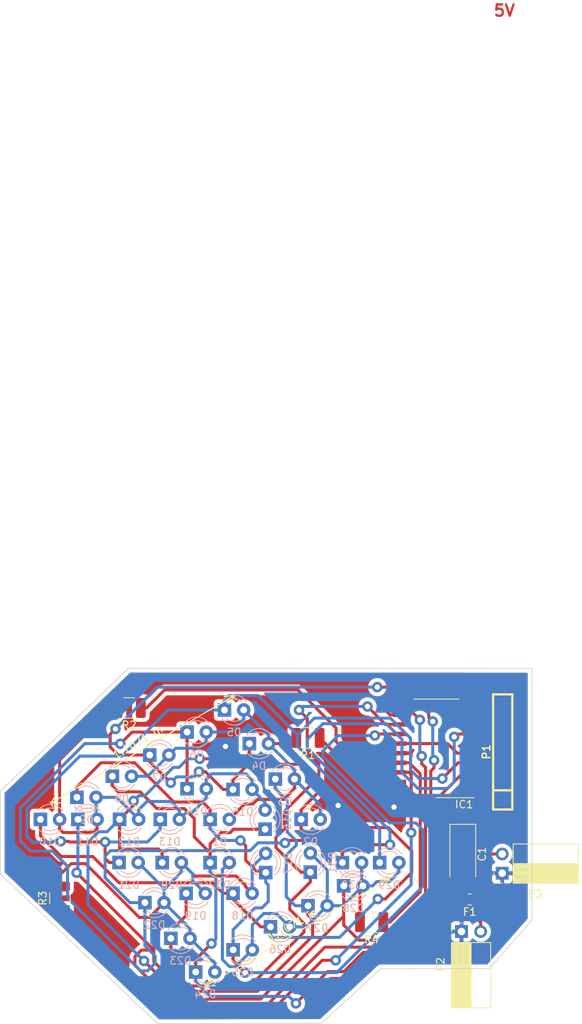
<source format=kicad_pcb>
(kicad_pcb (version 20171130) (host pcbnew "(5.1.4)-1")
  (layers (0 F.Cu signal) (31 B.Cu signal) (34 B.Paste user) (35 F.Paste user hide) (36 B.SilkS user) (37 F.SilkS user) (38 B.Mask user) (39 F.Mask user) (44 Edge.Cuts user))
  (net 0 "")
  (net 1 "Net-(D1-Pad1)")
  (net 2 "Net-(D1-Pad2)")
  (net 3 "Net-(D10-Pad1)")
  (net 4 "Net-(D11-Pad1)")
  (net 5 "Net-(D12-Pad1)")
  (net 6 "Net-(D13-Pad1)")
  (net 7 "Net-(D14-Pad1)")
  (net 8 "Net-(D15-Pad1)")
  (net 9 "Net-(D16-Pad1)")
  (net 10 "Net-(D10-Pad2)")
  (net 11 "Net-(D17-Pad2)")
  (net 12 "Net-(D25-Pad2)")
  (net 13 "Net-(F1-Pad2)")
  (net 14 "Net-(IC1-Pad17)")
  (net 15 "Net-(IC1-Pad18)")
  (net 16 "Net-(IC1-Pad19)")
  (net 17 "Net-(IC1-Pad20)")
  (net 18 "Net-(IC1-Pad1)")
  (net 19 "Net-(IC1-Pad2)")
  (net 20 "Net-(IC1-Pad9)")
  (net 21 "Net-(IC1-Pad10)")
  (net 22 VCC)
  (net 23 GND)
  (module uusi_possu:Ohjelmointiliitin (layer F.Cu) (at 120.05 129.63 90)
    (fp_text reference P1 (at 0 -2.159 90) (layer F.SilkS) (effects (font (size 1.016 1.016) (thickness 0.2032))))
    (fp_text value CONN_6 hide)
    (pad 6 smd rect (at 6.35 0 90) (size 1.524 1.524) (layers F.Cu F.Paste F.Mask) (net 21 "Net-(IC1-Pad10)"))
    (pad 5 smd rect (at 3.81 0 90) (size 1.524 1.524) (layers F.Cu F.Paste F.Mask) (net 23 GND))
    (pad 4 smd rect (at 1.27 0 90) (size 1.524 1.524) (layers F.Cu F.Paste F.Mask) (net 22 VCC))
    (pad 3 smd rect (at -1.27 0 90) (size 1.524 1.524) (layers F.Cu F.Paste F.Mask) (net 9 "Net-(D16-Pad1)"))
    (pad 2 smd rect (at -3.81 0 90) (size 1.524 1.524) (layers F.Cu F.Paste F.Mask) (net 19 "Net-(IC1-Pad2)"))
    (pad 1 smd rect (at -6.35 0 90) (size 1.524 1.524) (layers F.Cu F.Paste F.Mask) (net 18 "Net-(IC1-Pad1)"))
  )
  (module uusi_possu:SO-20_12.8x7.5mm_P1.27mm_extended (layer F.Cu) (at 111.252 129.159 180)
    (fp_text reference IC1 (at -3.69 -7.42 180) (layer F.SilkS))
    (fp_text value ATTINY861-S)
    (pad 20 smd rect (at 4.875 -5.715 180) (size 1.75 0.6) (layers F.Cu F.Paste F.Mask) (net 17 "Net-(IC1-Pad20)"))
    (pad 19 smd rect (at 4.875 -4.445 180) (size 1.75 0.6) (layers F.Cu F.Paste F.Mask) (net 16 "Net-(IC1-Pad19)"))
    (pad 18 smd rect (at 4.875 -3.175 180) (size 1.75 0.6) (layers F.Cu F.Paste F.Mask) (net 15 "Net-(IC1-Pad18)"))
    (pad 17 smd rect (at 4.875 -1.905 180) (size 1.75 0.6) (layers F.Cu F.Paste F.Mask) (net 14 "Net-(IC1-Pad17)"))
    (pad 16 smd rect (at 4.875 -0.635 180) (size 1.75 0.6) (layers F.Cu F.Paste F.Mask) (net 23 GND))
    (pad 15 smd rect (at 4.875 0.635 180) (size 1.75 0.6) (layers F.Cu F.Paste F.Mask) (net 22 VCC))
    (pad 14 smd rect (at 4.875 1.905 180) (size 1.75 0.6) (layers F.Cu F.Paste F.Mask) (net 1 "Net-(D1-Pad1)"))
    (pad 13 smd rect (at 4.875 3.175 180) (size 1.75 0.6) (layers F.Cu F.Paste F.Mask) (net 3 "Net-(D10-Pad1)"))
    (pad 12 smd rect (at 4.875 4.445 180) (size 1.75 0.6) (layers F.Cu F.Paste F.Mask) (net 4 "Net-(D11-Pad1)"))
    (pad 11 smd rect (at 4.875 5.715 180) (size 1.75 0.6) (layers F.Cu F.Paste F.Mask) (net 5 "Net-(D12-Pad1)"))
    (pad 10 smd rect (at -4.875 5.715 180) (size 1.75 0.6) (layers F.Cu F.Paste F.Mask) (net 21 "Net-(IC1-Pad10)"))
    (pad 9 smd rect (at -4.875 4.445 180) (size 1.75 0.6) (layers F.Cu F.Paste F.Mask) (net 20 "Net-(IC1-Pad9)"))
    (pad 8 smd rect (at -4.875 3.175 180) (size 1.75 0.6) (layers F.Cu F.Paste F.Mask) (net 8 "Net-(D15-Pad1)"))
    (pad 7 smd rect (at -4.875 1.905 180) (size 1.75 0.6) (layers F.Cu F.Paste F.Mask) (net 7 "Net-(D14-Pad1)"))
    (pad 1 smd rect (at -4.875 -5.715 180) (size 1.75 0.6) (layers F.Cu F.Paste F.Mask) (net 18 "Net-(IC1-Pad1)"))
    (pad 2 smd rect (at -4.875 -4.445 180) (size 1.75 0.6) (layers F.Cu F.Paste F.Mask) (net 19 "Net-(IC1-Pad2)"))
    (pad 3 smd rect (at -4.875 -3.175 180) (size 1.75 0.6) (layers F.Cu F.Paste F.Mask) (net 9 "Net-(D16-Pad1)"))
    (pad 4 smd rect (at -4.875 -1.905 180) (size 1.75 0.6) (layers F.Cu F.Paste F.Mask) (net 6 "Net-(D13-Pad1)"))
    (pad 5 smd rect (at -4.875 -0.635 180) (size 1.75 0.6) (layers F.Cu F.Paste F.Mask) (net 22 VCC))
    (pad 6 smd rect (at -4.875 0.635 180) (size 1.75 0.6) (layers F.Cu F.Paste F.Mask) (net 23 GND))
  )
  (module LED_THT:LED_D3.0mm (layer B.Cu) (at 63.63 135.64)
    (fp_text reference D9 (at 1.27 2.96) (layer B.SilkS) (effects (justify mirror)))
    (fp_text value LED)
    (pad 1 thru_hole rect (at 0 0) (size 1.8 1.8) (drill 0.9) (layers *.Cu *.Mask) (net 1 "Net-(D1-Pad1)"))
    (pad 2 thru_hole circle (at 2.54 0) (size 1.8 1.8) (drill 0.9) (layers *.Cu *.Mask) (net 10 "Net-(D10-Pad2)"))
  )
  (module LED_THT:LED_D3.0mm (layer B.Cu) (at 63.76 138.56)
    (fp_text reference D11 (at 1.27 2.96) (layer B.SilkS) (effects (justify mirror)))
    (fp_text value LED)
    (pad 2 thru_hole circle (at 2.54 0) (size 1.8 1.8) (drill 0.9) (layers *.Cu *.Mask) (net 10 "Net-(D10-Pad2)"))
    (pad 1 thru_hole rect (at 0 0) (size 1.8 1.8) (drill 0.9) (layers *.Cu *.Mask) (net 4 "Net-(D11-Pad1)"))
  )
  (module LED_THT:LED_D3.0mm (layer B.Cu) (at 69.28 138.55)
    (fp_text reference D12 (at 1.27 2.96) (layer B.SilkS) (effects (justify mirror)))
    (fp_text value LED)
    (pad 1 thru_hole rect (at 0 0) (size 1.8 1.8) (drill 0.9) (layers *.Cu *.Mask) (net 5 "Net-(D12-Pad1)"))
    (pad 2 thru_hole circle (at 2.54 0) (size 1.8 1.8) (drill 0.9) (layers *.Cu *.Mask) (net 10 "Net-(D10-Pad2)"))
  )
  (module LED_THT:LED_D3.0mm (layer B.Cu) (at 74.67 138.55)
    (fp_text reference D13 (at 1.27 2.96) (layer B.SilkS) (effects (justify mirror)))
    (fp_text value LED)
    (pad 2 thru_hole circle (at 2.54 0) (size 1.8 1.8) (drill 0.9) (layers *.Cu *.Mask) (net 10 "Net-(D10-Pad2)"))
    (pad 1 thru_hole rect (at 0 0) (size 1.8 1.8) (drill 0.9) (layers *.Cu *.Mask) (net 6 "Net-(D13-Pad1)"))
  )
  (module LED_THT:LED_D3.0mm (layer B.Cu) (at 88.56 139.86 90)
    (fp_text reference D16 (at 1.27 2.96 90) (layer B.SilkS) (effects (justify mirror)))
    (fp_text value LED)
    (pad 2 thru_hole circle (at 2.54 0 90) (size 1.8 1.8) (drill 0.9) (layers *.Cu *.Mask) (net 10 "Net-(D10-Pad2)"))
    (pad 1 thru_hole rect (at 0 0 90) (size 1.8 1.8) (drill 0.9) (layers *.Cu *.Mask) (net 9 "Net-(D16-Pad1)"))
  )
  (module LED_THT:LED_D3.0mm (layer B.Cu) (at 73.28 130.04)
    (fp_text reference D7 (at 1.27 2.96) (layer B.SilkS) (effects (justify mirror)))
    (fp_text value LED)
    (pad 1 thru_hole rect (at 0 0) (size 1.8 1.8) (drill 0.9) (layers *.Cu *.Mask) (net 8 "Net-(D15-Pad1)"))
    (pad 2 thru_hole circle (at 2.54 0) (size 1.8 1.8) (drill 0.9) (layers *.Cu *.Mask) (net 2 "Net-(D1-Pad2)"))
  )
  (module LED_THT:LED_D3.0mm (layer B.Cu) (at 78.23 127)
    (fp_text reference D6 (at 1.27 2.96) (layer B.SilkS) (effects (justify mirror)))
    (fp_text value LED)
    (pad 2 thru_hole circle (at 2.54 0) (size 1.8 1.8) (drill 0.9) (layers *.Cu *.Mask) (net 2 "Net-(D1-Pad2)"))
    (pad 1 thru_hole rect (at 0 0) (size 1.8 1.8) (drill 0.9) (layers *.Cu *.Mask) (net 7 "Net-(D14-Pad1)"))
  )
  (module LED_THT:LED_D3.0mm (layer B.Cu) (at 81.28 138.56)
    (fp_text reference D1 (at 1.27 2.96) (layer B.SilkS) (effects (justify mirror)))
    (fp_text value LED)
    (pad 2 thru_hole circle (at 2.54 0) (size 1.8 1.8) (drill 0.9) (layers *.Cu *.Mask) (net 2 "Net-(D1-Pad2)"))
    (pad 1 thru_hole rect (at 0 0) (size 1.8 1.8) (drill 0.9) (layers *.Cu *.Mask) (net 1 "Net-(D1-Pad1)"))
  )
  (module LED_THT:LED_D3.0mm (layer B.Cu) (at 89.92 133.22)
    (fp_text reference D3 (at 1.27 2.96) (layer B.SilkS) (effects (justify mirror)))
    (fp_text value LED)
    (pad 1 thru_hole rect (at 0 0) (size 1.8 1.8) (drill 0.9) (layers *.Cu *.Mask) (net 4 "Net-(D11-Pad1)"))
    (pad 2 thru_hole circle (at 2.54 0) (size 1.8 1.8) (drill 0.9) (layers *.Cu *.Mask) (net 2 "Net-(D1-Pad2)"))
  )
  (module LED_THT:LED_D3.0mm (layer B.Cu) (at 86.48 128.53)
    (fp_text reference D4 (at 1.27 2.96) (layer B.SilkS) (effects (justify mirror)))
    (fp_text value LED)
    (pad 2 thru_hole circle (at 2.54 0) (size 1.8 1.8) (drill 0.9) (layers *.Cu *.Mask) (net 2 "Net-(D1-Pad2)"))
    (pad 1 thru_hole rect (at 0 0) (size 1.8 1.8) (drill 0.9) (layers *.Cu *.Mask) (net 5 "Net-(D12-Pad1)"))
  )
  (module LED_THT:LED_D3.0mm (layer B.Cu) (at 93.34 138.55)
    (fp_text reference D2 (at 1.27 2.96 180) (layer B.SilkS) (effects (justify mirror)))
    (fp_text value LED)
    (pad 1 thru_hole rect (at 0 0) (size 1.8 1.8) (drill 0.9) (layers *.Cu *.Mask) (net 3 "Net-(D10-Pad1)"))
    (pad 2 thru_hole circle (at 2.54 0) (size 1.8 1.8) (drill 0.9) (layers *.Cu *.Mask) (net 2 "Net-(D1-Pad2)"))
  )
  (module LED_THT:LED_D3.0mm (layer B.Cu) (at 83.19 124.08)
    (fp_text reference D5 (at 1.27 2.96) (layer B.SilkS) (effects (justify mirror)))
    (fp_text value LED)
    (pad 1 thru_hole rect (at 0 0) (size 1.8 1.8) (drill 0.9) (layers *.Cu *.Mask) (net 6 "Net-(D13-Pad1)"))
    (pad 2 thru_hole circle (at 2.54 0) (size 1.8 1.8) (drill 0.9) (layers *.Cu *.Mask) (net 2 "Net-(D1-Pad2)"))
  )
  (module LED_THT:LED_D3.0mm (layer B.Cu) (at 103.75 144.28)
    (fp_text reference D29 (at 1.27 2.96) (layer B.SilkS) (effects (justify mirror)))
    (fp_text value LED)
    (pad 1 thru_hole rect (at 0 0) (size 1.8 1.8) (drill 0.9) (layers *.Cu *.Mask) (net 6 "Net-(D13-Pad1)"))
    (pad 2 thru_hole circle (at 2.54 0) (size 1.8 1.8) (drill 0.9) (layers *.Cu *.Mask) (net 12 "Net-(D25-Pad2)"))
  )
  (module uusi_possu:ymp_logo (layer F.Cu) (at 82.55 141.351)
    (fp_text reference G*** hide)
    (fp_text value LOGO hide)
  )
  (module LED_THT:LED_D3.0mm (layer B.Cu) (at 78.23 134.51)
    (fp_text reference D14 (at 1.27 2.96) (layer B.SilkS) (effects (justify mirror)))
    (fp_text value LED)
    (pad 1 thru_hole rect (at 0 0) (size 1.8 1.8) (drill 0.9) (layers *.Cu *.Mask) (net 7 "Net-(D14-Pad1)"))
    (pad 2 thru_hole circle (at 2.54 0) (size 1.8 1.8) (drill 0.9) (layers *.Cu *.Mask) (net 10 "Net-(D10-Pad2)"))
  )
  (module Connector_PinSocket_2.54mm:PinSocket_1x02_P2.54mm_Horizontal (layer F.Cu) (at 114.59 153.4 90)
    (fp_text reference P2 (at -4.38 -2.77 90) (layer F.SilkS))
    (fp_text value CONN_2)
    (pad 1 thru_hole rect (at 0 0 90) (size 1.7 1.7) (drill 1) (layers *.Cu *.Mask) (net 23 GND))
    (pad 2 thru_hole oval (at 0 2.54 90) (size 1.7 1.7) (drill 1) (layers *.Cu *.Mask) (net 13 "Net-(F1-Pad2)"))
  )
  (module Capacitor_Tantalum_SMD:CP_EIA-6032-15_Kemet-U_Pad2.25x2.35mm_HandSolder (layer F.Cu) (at 114.76 143.15 270)
    (fp_text reference C1 (at 0 -2.55 90) (layer F.SilkS))
    (fp_text value CP1)
    (pad 1 smd roundrect (at -2.55 0 270) (size 2.25 2.35) (layers F.Cu F.Paste F.Mask) (roundrect_rratio 0.111111) (net 22 VCC))
    (pad 2 smd roundrect (at 2.55 0 270) (size 2.25 2.35) (layers F.Cu F.Paste F.Mask) (roundrect_rratio 0.111111) (net 23 GND))
  )
  (module Resistor_SMD:R_0805_2012Metric_Pad1.20x1.40mm_HandSolder (layer F.Cu) (at 115.67 149.16 180)
    (fp_text reference F1 (at 0 -1.65) (layer F.SilkS))
    (fp_text value Polyfuse)
    (pad 1 smd roundrect (at -1 0 180) (size 1.2 1.4) (layers F.Cu F.Paste F.Mask) (roundrect_rratio 0.208333) (net 22 VCC))
    (pad 2 smd roundrect (at 1 0 180) (size 1.2 1.4) (layers F.Cu F.Paste F.Mask) (roundrect_rratio 0.208333) (net 13 "Net-(F1-Pad2)"))
  )
  (module Resistor_SMD:R_1210_3225Metric_Pad1.30x2.65mm_HandSolder (layer F.Cu) (at 94.24 127.77 180)
    (fp_text reference R1 (at 0 -2.28) (layer F.SilkS))
    (fp_text value 110)
    (pad 1 smd roundrect (at -1.55 0 180) (size 1.3 2.65) (layers F.Cu F.Paste F.Mask) (roundrect_rratio 0.192308) (net 17 "Net-(IC1-Pad20)"))
    (pad 2 smd roundrect (at 1.55 0 180) (size 1.3 2.65) (layers F.Cu F.Paste F.Mask) (roundrect_rratio 0.192308) (net 2 "Net-(D1-Pad2)"))
  )
  (module Resistor_SMD:R_1210_3225Metric_Pad1.30x2.65mm_HandSolder (layer F.Cu) (at 70.55 123.81 180)
    (fp_text reference R2 (at 0 -2.28) (layer F.SilkS))
    (fp_text value 110)
    (pad 2 smd roundrect (at 1.55 0 180) (size 1.3 2.65) (layers F.Cu F.Paste F.Mask) (roundrect_rratio 0.192308) (net 10 "Net-(D10-Pad2)"))
    (pad 1 smd roundrect (at -1.55 0 180) (size 1.3 2.65) (layers F.Cu F.Paste F.Mask) (roundrect_rratio 0.192308) (net 16 "Net-(IC1-Pad19)"))
  )
  (module Resistor_SMD:R_1210_3225Metric_Pad1.30x2.65mm_HandSolder (layer F.Cu) (at 61.38 149 90)
    (fp_text reference R3 (at 0 -2.28 90) (layer F.SilkS))
    (fp_text value 110)
    (pad 1 smd roundrect (at -1.55 0 90) (size 1.3 2.65) (layers F.Cu F.Paste F.Mask) (roundrect_rratio 0.192308) (net 15 "Net-(IC1-Pad18)"))
    (pad 2 smd roundrect (at 1.55 0 90) (size 1.3 2.65) (layers F.Cu F.Paste F.Mask) (roundrect_rratio 0.192308) (net 11 "Net-(D17-Pad2)"))
  )
  (module Resistor_SMD:R_1210_3225Metric_Pad1.30x2.65mm_HandSolder (layer F.Cu) (at 102.68 152.16 180)
    (fp_text reference R4 (at 0 -2.28) (layer F.SilkS))
    (fp_text value 110)
    (pad 2 smd roundrect (at 1.55 0 180) (size 1.3 2.65) (layers F.Cu F.Paste F.Mask) (roundrect_rratio 0.192308) (net 12 "Net-(D25-Pad2)"))
    (pad 1 smd roundrect (at -1.55 0 180) (size 1.3 2.65) (layers F.Cu F.Paste F.Mask) (roundrect_rratio 0.192308) (net 14 "Net-(IC1-Pad17)"))
  )
  (module Connector_PinSocket_2.54mm:PinSocket_1x02_P2.54mm_Horizontal (layer F.Cu) (at 119.98 145.68 180)
    (fp_text reference P3 (at -4.38 -2.77) (layer F.SilkS))
    (fp_text value CONN_2)
    (pad 1 thru_hole rect (at 0 0 180) (size 1.7 1.7) (drill 1) (layers *.Cu *.Mask) (net 23 GND))
    (pad 2 thru_hole oval (at 0 2.54 180) (size 1.7 1.7) (drill 1) (layers *.Cu *.Mask) (net 22 VCC))
  )
  (module LED_THT:LED_D3.0mm (layer B.Cu) (at 84.31 134.6)
    (fp_text reference D15 (at 1.27 2.96) (layer B.SilkS) (effects (justify mirror)))
    (fp_text value LED)
    (pad 1 thru_hole rect (at 0 0) (size 1.8 1.8) (drill 0.9) (layers *.Cu *.Mask) (net 8 "Net-(D15-Pad1)"))
    (pad 2 thru_hole circle (at 2.54 0) (size 1.8 1.8) (drill 0.9) (layers *.Cu *.Mask) (net 10 "Net-(D10-Pad2)"))
  )
  (module LED_THT:LED_D3.0mm (layer B.Cu) (at 88.65 145.6 90)
    (fp_text reference D17 (at 1.27 2.96 90) (layer B.SilkS) (effects (justify mirror)))
    (fp_text value LED)
    (pad 2 thru_hole circle (at 2.54 0 90) (size 1.8 1.8) (drill 0.9) (layers *.Cu *.Mask) (net 11 "Net-(D17-Pad2)"))
    (pad 1 thru_hole rect (at 0 0 90) (size 1.8 1.8) (drill 0.9) (layers *.Cu *.Mask) (net 1 "Net-(D1-Pad1)"))
  )
  (module LED_THT:LED_D3.0mm (layer B.Cu) (at 84.31 148.34)
    (fp_text reference D18 (at 1.27 2.96) (layer B.SilkS) (effects (justify mirror)))
    (fp_text value LED)
    (pad 1 thru_hole rect (at 0 0) (size 1.8 1.8) (drill 0.9) (layers *.Cu *.Mask) (net 3 "Net-(D10-Pad1)"))
    (pad 2 thru_hole circle (at 2.54 0) (size 1.8 1.8) (drill 0.9) (layers *.Cu *.Mask) (net 11 "Net-(D17-Pad2)"))
  )
  (module LED_THT:LED_D3.0mm (layer B.Cu) (at 78.1 148.35)
    (fp_text reference D19 (at 1.27 2.96) (layer B.SilkS) (effects (justify mirror)))
    (fp_text value LED)
    (pad 1 thru_hole rect (at 0 0) (size 1.8 1.8) (drill 0.9) (layers *.Cu *.Mask) (net 4 "Net-(D11-Pad1)"))
    (pad 2 thru_hole circle (at 2.54 0) (size 1.8 1.8) (drill 0.9) (layers *.Cu *.Mask) (net 11 "Net-(D17-Pad2)"))
  )
  (module LED_THT:LED_D3.0mm (layer B.Cu) (at 74.93 144.28)
    (fp_text reference D20 (at 1.27 2.96) (layer B.SilkS) (effects (justify mirror)))
    (fp_text value LED)
    (pad 1 thru_hole rect (at 0 0) (size 1.8 1.8) (drill 0.9) (layers *.Cu *.Mask) (net 5 "Net-(D12-Pad1)"))
    (pad 2 thru_hole circle (at 2.54 0) (size 1.8 1.8) (drill 0.9) (layers *.Cu *.Mask) (net 11 "Net-(D17-Pad2)"))
  )
  (module LED_THT:LED_D3.0mm (layer B.Cu) (at 69.21 144.27)
    (fp_text reference D21 (at 1.27 2.96) (layer B.SilkS) (effects (justify mirror)))
    (fp_text value LED)
    (pad 2 thru_hole circle (at 2.54 0) (size 1.8 1.8) (drill 0.9) (layers *.Cu *.Mask) (net 11 "Net-(D17-Pad2)"))
    (pad 1 thru_hole rect (at 0 0) (size 1.8 1.8) (drill 0.9) (layers *.Cu *.Mask) (net 6 "Net-(D13-Pad1)"))
  )
  (module LED_THT:LED_D3.0mm (layer B.Cu) (at 72.64 149.58)
    (fp_text reference D22 (at 1.27 2.96) (layer B.SilkS) (effects (justify mirror)))
    (fp_text value LED)
    (pad 2 thru_hole circle (at 2.54 0) (size 1.8 1.8) (drill 0.9) (layers *.Cu *.Mask) (net 11 "Net-(D17-Pad2)"))
    (pad 1 thru_hole rect (at 0 0) (size 1.8 1.8) (drill 0.9) (layers *.Cu *.Mask) (net 7 "Net-(D14-Pad1)"))
  )
  (module LED_THT:LED_D3.0mm (layer B.Cu) (at 76.08 154.31)
    (fp_text reference D23 (at 1.27 2.96) (layer B.SilkS) (effects (justify mirror)))
    (fp_text value LED)
    (pad 1 thru_hole rect (at 0 0) (size 1.8 1.8) (drill 0.9) (layers *.Cu *.Mask) (net 8 "Net-(D15-Pad1)"))
    (pad 2 thru_hole circle (at 2.54 0) (size 1.8 1.8) (drill 0.9) (layers *.Cu *.Mask) (net 11 "Net-(D17-Pad2)"))
  )
  (module LED_THT:LED_D3.0mm (layer B.Cu) (at 79.37 158.76)
    (fp_text reference D24 (at 1.27 2.96) (layer B.SilkS) (effects (justify mirror)))
    (fp_text value LED)
    (pad 2 thru_hole circle (at 2.54 0) (size 1.8 1.8) (drill 0.9) (layers *.Cu *.Mask) (net 11 "Net-(D17-Pad2)"))
    (pad 1 thru_hole rect (at 0 0) (size 1.8 1.8) (drill 0.9) (layers *.Cu *.Mask) (net 9 "Net-(D16-Pad1)"))
  )
  (module LED_THT:LED_D3.0mm (layer B.Cu) (at 84.33 155.83)
    (fp_text reference D25 (at 1.27 2.96) (layer B.SilkS) (effects (justify mirror)))
    (fp_text value LED)
    (pad 2 thru_hole circle (at 2.54 0) (size 1.8 1.8) (drill 0.9) (layers *.Cu *.Mask) (net 12 "Net-(D25-Pad2)"))
    (pad 1 thru_hole rect (at 0 0) (size 1.8 1.8) (drill 0.9) (layers *.Cu *.Mask) (net 1 "Net-(D1-Pad1)"))
  )
  (module LED_THT:LED_D3.0mm (layer B.Cu) (at 89.28 152.78)
    (fp_text reference D26 (at 1.27 2.96) (layer B.SilkS) (effects (justify mirror)))
    (fp_text value LED)
    (pad 1 thru_hole rect (at 0 0) (size 1.8 1.8) (drill 0.9) (layers *.Cu *.Mask) (net 3 "Net-(D10-Pad1)"))
    (pad 2 thru_hole circle (at 2.54 0) (size 1.8 1.8) (drill 0.9) (layers *.Cu *.Mask) (net 12 "Net-(D25-Pad2)"))
  )
  (module LED_THT:LED_D3.0mm (layer B.Cu) (at 94.25 149.99)
    (fp_text reference D27 (at 1.27 2.96) (layer B.SilkS) (effects (justify mirror)))
    (fp_text value LED)
    (pad 1 thru_hole rect (at 0 0) (size 1.8 1.8) (drill 0.9) (layers *.Cu *.Mask) (net 4 "Net-(D11-Pad1)"))
    (pad 2 thru_hole circle (at 2.54 0) (size 1.8 1.8) (drill 0.9) (layers *.Cu *.Mask) (net 12 "Net-(D25-Pad2)"))
  )
  (module LED_THT:LED_D3.0mm (layer B.Cu) (at 98.81 144.28)
    (fp_text reference D30 (at 1.27 2.96) (layer B.SilkS) (effects (justify mirror)))
    (fp_text value LED)
    (pad 2 thru_hole circle (at 2.54 0) (size 1.8 1.8) (drill 0.9) (layers *.Cu *.Mask) (net 12 "Net-(D25-Pad2)"))
    (pad 1 thru_hole rect (at 0 0) (size 1.8 1.8) (drill 0.9) (layers *.Cu *.Mask) (net 7 "Net-(D14-Pad1)"))
  )
  (module LED_THT:LED_D3.0mm (layer B.Cu) (at 81.28 144.28)
    (fp_text reference D32 (at 1.27 2.96) (layer B.SilkS) (effects (justify mirror)))
    (fp_text value LED)
    (pad 2 thru_hole circle (at 2.54 0) (size 1.8 1.8) (drill 0.9) (layers *.Cu *.Mask) (net 12 "Net-(D25-Pad2)"))
    (pad 1 thru_hole rect (at 0 0) (size 1.8 1.8) (drill 0.9) (layers *.Cu *.Mask) (net 9 "Net-(D16-Pad1)"))
  )
  (module LED_THT:LED_D3.0mm (layer B.Cu) (at 94.56 145.55 90)
    (fp_text reference D31 (at 1.27 2.96 90) (layer B.SilkS) (effects (justify mirror)))
    (fp_text value LED)
    (pad 1 thru_hole rect (at 0 0 90) (size 1.8 1.8) (drill 0.9) (layers *.Cu *.Mask) (net 8 "Net-(D15-Pad1)"))
    (pad 2 thru_hole circle (at 2.54 0 90) (size 1.8 1.8) (drill 0.9) (layers *.Cu *.Mask) (net 12 "Net-(D25-Pad2)"))
  )
  (module LED_THT:LED_D3.0mm (layer B.Cu) (at 68.33 132.85)
    (fp_text reference D8 (at 1.27 2.96) (layer B.SilkS) (effects (justify mirror)))
    (fp_text value LED)
    (pad 2 thru_hole circle (at 2.54 0) (size 1.8 1.8) (drill 0.9) (layers *.Cu *.Mask) (net 2 "Net-(D1-Pad2)"))
    (pad 1 thru_hole rect (at 0 0) (size 1.8 1.8) (drill 0.9) (layers *.Cu *.Mask) (net 9 "Net-(D16-Pad1)"))
  )
  (module LED_THT:LED_D3.0mm (layer B.Cu) (at 58.8 138.56)
    (fp_text reference D10 (at 1.27 2.96) (layer B.SilkS) (effects (justify mirror)))
    (fp_text value LED)
    (pad 1 thru_hole rect (at 0 0) (size 1.8 1.8) (drill 0.9) (layers *.Cu *.Mask) (net 3 "Net-(D10-Pad1)"))
    (pad 2 thru_hole circle (at 2.54 0) (size 1.8 1.8) (drill 0.9) (layers *.Cu *.Mask) (net 10 "Net-(D10-Pad2)"))
  )
  (module LED_THT:LED_D3.0mm (layer B.Cu) (at 98.98 147.36)
    (fp_text reference D28 (at 1.27 2.96) (layer B.SilkS) (effects (justify mirror)))
    (fp_text value LED)
    (pad 1 thru_hole rect (at 0 0) (size 1.8 1.8) (drill 0.9) (layers *.Cu *.Mask) (net 5 "Net-(D12-Pad1)"))
    (pad 2 thru_hole circle (at 2.54 0) (size 1.8 1.8) (drill 0.9) (layers *.Cu *.Mask) (net 12 "Net-(D25-Pad2)"))
  )
  (gr_line (start 53.49 134.81) (end 70.47 118.57) (layer Edge.Cuts) (width 0.1))
  (gr_line (start 74.3 165.59) (end 53.5 145.8) (layer Edge.Cuts) (width 0.1))
  (gr_line (start 118.27 158.31) (end 123.91 151.9) (layer Edge.Cuts) (width 0.1))
  (gr_line (start 103.86 158.33) (end 118.27 158.31) (layer Edge.Cuts) (width 0.1))
  (gr_line (start 96.09 165.54) (end 103.86 158.33) (layer Edge.Cuts) (width 0.1))
  (gr_line (start 123.91 151.9) (end 123.91 118.58) (layer Edge.Cuts) (width 0.1))
  (gr_line (start 74.3 165.59) (end 96.09 165.54) (layer Edge.Cuts) (width 0.1))
  (gr_line (start 53.49 134.81) (end 53.5 145.8) (layer Edge.Cuts) (width 0.1))
  (gr_line (start 123.91 118.58) (end 70.47 118.57) (layer Edge.Cuts) (width 0.1))
  (dimension 28.119819 (width 0.15) (layer F.SilkS) (gr_text "28,120 mm" (at 72.947937 130.435352 30.38682395) (layer F.SilkS) (effects (font (size 1 1) (thickness 0.15)))) (feature1 (pts (xy 60.071 136.271) (xy 60.458483 136.931797))) (feature2 (pts (xy 84.328 122.047) (xy 84.715483 122.707797))) (crossbar (pts (xy 84.418851 122.201933) (xy 60.161851 136.425933))) (arrow1a (pts (xy 60.161851 136.425933) (xy 60.836975 135.350243))) (arrow1b (pts (xy 60.161851 136.425933) (xy 61.430239 136.361972))) (arrow2a (pts (xy 84.418851 122.201933) (xy 83.150463 122.265894))) (arrow2b (pts (xy 84.418851 122.201933) (xy 83.743727 123.277623))))
  (dimension 28.119819 (width 0.15) (layer F.SilkS) (gr_text "28,120 mm" (at 92.152063 152.393648 30.38682395) (layer F.SilkS) (effects (font (size 1 1) (thickness 0.15)))) (feature1 (pts (xy 105.029 146.558) (xy 104.641517 145.897203))) (feature2 (pts (xy 80.772 160.782) (xy 80.384517 160.121203))) (crossbar (pts (xy 80.681149 160.627067) (xy 104.938149 146.403067))) (arrow1a (pts (xy 104.938149 146.403067) (xy 104.263025 147.478757))) (arrow1b (pts (xy 104.938149 146.403067) (xy 103.669761 146.467028))) (arrow2a (pts (xy 80.681149 160.627067) (xy 81.949537 160.563106))) (arrow2b (pts (xy 80.681149 160.627067) (xy 81.356273 159.551377))))
  (gr_text + (at 120.21 140.55) (layer F.Cu) (effects (font (size 1.5 1.5) (thickness 0.3))))
  (gr_text - (at 119.86 148.51) (layer F.Cu) (effects (font (size 1.5 1.5) (thickness 0.3))))
  (gr_text 5V (at 120.269 31.496) (layer F.Cu) (effects (font (size 1.5 1.5) (thickness 0.3))))
  (via (at 85.3 141.35) (size 1.4) (drill 0.7) (layers F.Cu B.Cu) (net 1))
  (segment (start 82.77 141.35) (end 85.3 141.35) (width 0.4) (layer B.Cu) (net 1))
  (segment (start 81.28 138.56) (end 81.28 139.86) (width 0.4) (layer B.Cu) (net 1))
  (segment (start 81.28 139.86) (end 82.77 141.35) (width 0.4) (layer B.Cu) (net 1))
  (segment (start 85.999999 142.049999) (end 85.999999 143.969999) (width 0.4) (layer F.Cu) (net 1))
  (segment (start 85.3 141.35) (end 85.999999 142.049999) (width 0.4) (layer F.Cu) (net 1))
  (segment (start 87.413594 145.383594) (end 88.65 145.383594) (width 0.4) (layer F.Cu) (net 1))
  (segment (start 85.999999 143.969999) (end 87.413594 145.383594) (width 0.4) (layer F.Cu) (net 1))
  (segment (start 81.28 137.26) (end 80.28 136.26) (width 0.4) (layer F.Cu) (net 1))
  (segment (start 81.28 138.56) (end 81.28 137.26) (width 0.4) (layer F.Cu) (net 1))
  (segment (start 80.28 136.26) (end 76.48 136.26) (width 0.4) (layer F.Cu) (net 1))
  (segment (start 76.48 136.26) (end 71.29 131.07) (width 0.4) (layer F.Cu) (net 1))
  (segment (start 71.29 131.07) (end 66.81 131.07) (width 0.4) (layer F.Cu) (net 1))
  (segment (start 63.63 134.25) (end 63.63 135.64) (width 0.4) (layer F.Cu) (net 1))
  (segment (start 66.81 131.07) (end 63.63 134.25) (width 0.4) (layer F.Cu) (net 1))
  (segment (start 88.65 146.9) (end 88.98 147.23) (width 0.4) (layer B.Cu) (net 1))
  (segment (start 88.65 145.6) (end 88.65 146.9) (width 0.4) (layer B.Cu) (net 1))
  (segment (start 88.98 147.23) (end 88.98 149.44) (width 0.4) (layer B.Cu) (net 1))
  (segment (start 84.33 155.83) (end 84.33 153.16) (width 0.4) (layer B.Cu) (net 1))
  (segment (start 87.21 150.28) (end 88.14 150.28) (width 0.4) (layer B.Cu) (net 1))
  (segment (start 84.33 153.16) (end 87.21 150.28) (width 0.4) (layer B.Cu) (net 1))
  (segment (start 88.98 149.44) (end 88.14 150.28) (width 0.4) (layer B.Cu) (net 1))
  (via (at 85.91 158.84) (size 1.4) (drill 0.7) (layers F.Cu B.Cu) (net 1))
  (segment (start 84.33 155.83) (end 84.33 157.26) (width 0.4) (layer F.Cu) (net 1))
  (segment (start 84.33 157.26) (end 85.91 158.84) (width 0.4) (layer F.Cu) (net 1))
  (via (at 103.1 127.45) (size 1.4) (drill 0.7) (layers F.Cu B.Cu) (net 1))
  (segment (start 103.296 127.254) (end 103.1 127.45) (width 0.4) (layer F.Cu) (net 1))
  (segment (start 106.377 127.254) (end 103.296 127.254) (width 0.4) (layer F.Cu) (net 1))
  (segment (start 109.48 139.97) (end 109.48 147.426002) (width 0.4) (layer B.Cu) (net 1))
  (segment (start 103.1 127.45) (end 102.110051 127.45) (width 0.4) (layer B.Cu) (net 1))
  (segment (start 102.090051 127.47) (end 98.24 127.47) (width 0.4) (layer B.Cu) (net 1))
  (segment (start 102.110051 127.45) (end 102.090051 127.47) (width 0.4) (layer B.Cu) (net 1))
  (segment (start 108.53 139.02) (end 105.06 139.02) (width 0.4) (layer B.Cu) (net 1))
  (segment (start 108.53 139.02) (end 109.48 139.97) (width 0.4) (layer B.Cu) (net 1))
  (segment (start 105.06 139.02) (end 96.21 130.17) (width 0.4) (layer B.Cu) (net 1))
  (segment (start 96.21 129.5) (end 98.24 127.47) (width 0.4) (layer B.Cu) (net 1))
  (segment (start 96.21 130.17) (end 96.21 129.5) (width 0.4) (layer B.Cu) (net 1))
  (segment (start 86.90295 158.843001) (end 98.063001 158.843001) (width 0.4) (layer B.Cu) (net 1))
  (segment (start 86.899949 158.84) (end 86.90295 158.843001) (width 0.4) (layer B.Cu) (net 1))
  (segment (start 85.91 158.84) (end 86.899949 158.84) (width 0.4) (layer B.Cu) (net 1))
  (segment (start 109.48 147.426002) (end 98.063001 158.843001) (width 0.4) (layer B.Cu) (net 1))
  (segment (start 95.88 136.64) (end 92.46 133.22) (width 0.4) (layer B.Cu) (net 2))
  (segment (start 95.88 138.55) (end 95.88 136.64) (width 0.4) (layer B.Cu) (net 2))
  (segment (start 92.46 131.97) (end 92.46 133.22) (width 0.4) (layer B.Cu) (net 2))
  (segment (start 89.02 128.53) (end 92.46 131.97) (width 0.4) (layer B.Cu) (net 2))
  (segment (start 89.02 127.37) (end 89.02 128.53) (width 0.4) (layer B.Cu) (net 2))
  (segment (start 85.73 124.08) (end 89.02 127.37) (width 0.4) (layer B.Cu) (net 2))
  (segment (start 91.93 128.53) (end 92.69 127.77) (width 0.4) (layer F.Cu) (net 2))
  (segment (start 89.02 128.53) (end 91.93 128.53) (width 0.4) (layer F.Cu) (net 2))
  (segment (start 92.46 134.492792) (end 92.46 133.22) (width 0.4) (layer F.Cu) (net 2))
  (segment (start 91.032793 135.919999) (end 92.46 134.492792) (width 0.4) (layer F.Cu) (net 2))
  (segment (start 87.530001 135.919999) (end 91.032793 135.919999) (width 0.4) (layer F.Cu) (net 2))
  (segment (start 86.93 136.52) (end 87.530001 135.919999) (width 0.4) (layer F.Cu) (net 2))
  (segment (start 85.86 136.52) (end 86.93 136.52) (width 0.4) (layer F.Cu) (net 2))
  (segment (start 83.82 138.56) (end 85.86 136.52) (width 0.4) (layer F.Cu) (net 2))
  (segment (start 82.042792 127) (end 80.77 127) (width 0.4) (layer B.Cu) (net 2))
  (segment (start 84.082792 127) (end 82.042792 127) (width 0.4) (layer B.Cu) (net 2))
  (segment (start 85.73 125.352792) (end 84.082792 127) (width 0.4) (layer B.Cu) (net 2))
  (segment (start 85.73 124.08) (end 85.73 125.352792) (width 0.4) (layer B.Cu) (net 2))
  (segment (start 73.01 132.85) (end 70.87 132.85) (width 0.4) (layer B.Cu) (net 2))
  (segment (start 75.82 130.04) (end 73.01 132.85) (width 0.4) (layer B.Cu) (net 2))
  (segment (start 76.719999 129.140001) (end 75.82 130.04) (width 0.4) (layer B.Cu) (net 2))
  (segment (start 79.902791 129.140001) (end 76.719999 129.140001) (width 0.4) (layer B.Cu) (net 2))
  (segment (start 80.77 128.272792) (end 79.902791 129.140001) (width 0.4) (layer B.Cu) (net 2))
  (segment (start 80.77 127) (end 80.77 128.272792) (width 0.4) (layer B.Cu) (net 2))
  (segment (start 84.31 149.11) (end 84.31 148.34) (width 0.4) (layer F.Cu) (net 3))
  (segment (start 87.98 152.78) (end 84.31 149.11) (width 0.4) (layer F.Cu) (net 3))
  (segment (start 89.28 152.78) (end 87.98 152.78) (width 0.4) (layer F.Cu) (net 3))
  (via (at 103.5 149.1) (size 1.4) (drill 0.7) (layers F.Cu B.Cu) (net 3))
  (segment (start 98.419999 154.180001) (end 103.5 149.1) (width 0.4) (layer B.Cu) (net 3))
  (segment (start 89.380001 154.180001) (end 98.419999 154.180001) (width 0.4) (layer B.Cu) (net 3))
  (segment (start 89.28 152.78) (end 89.28 154.08) (width 0.4) (layer B.Cu) (net 3))
  (segment (start 89.28 154.08) (end 89.380001 154.180001) (width 0.4) (layer B.Cu) (net 3))
  (segment (start 58.8 140.72) (end 58.8 138.56) (width 0.4) (layer F.Cu) (net 3))
  (segment (start 84.31 148.34) (end 83.01 148.34) (width 0.4) (layer F.Cu) (net 3))
  (segment (start 83.01 148.34) (end 81.619999 146.949999) (width 0.4) (layer F.Cu) (net 3))
  (segment (start 81.619999 146.949999) (end 69.205963 146.949999) (width 0.4) (layer F.Cu) (net 3))
  (segment (start 69.205963 146.949999) (end 65.732982 143.477018) (width 0.4) (layer F.Cu) (net 3))
  (segment (start 65.732982 143.477018) (end 61.557018 143.477018) (width 0.4) (layer F.Cu) (net 3))
  (segment (start 61.557018 143.477018) (end 58.8 140.72) (width 0.4) (layer F.Cu) (net 3))
  (via (at 93.06 124.08) (size 1.4) (drill 0.7) (layers F.Cu B.Cu) (net 3))
  (segment (start 93.06 124.08) (end 94.15 125.17) (width 0.4) (layer F.Cu) (net 3))
  (segment (start 94.15 125.17) (end 94.15 129.63) (width 0.4) (layer F.Cu) (net 3))
  (segment (start 94.15 129.63) (end 95.69 131.17) (width 0.4) (layer F.Cu) (net 3))
  (segment (start 93.34 137.25) (end 93.34 138.55) (width 0.4) (layer F.Cu) (net 3))
  (segment (start 95.69 134.9) (end 93.34 137.25) (width 0.4) (layer F.Cu) (net 3))
  (segment (start 95.69 131.17) (end 95.69 134.9) (width 0.4) (layer F.Cu) (net 3))
  (segment (start 93.34 139.85) (end 93.34 138.55) (width 0.4) (layer F.Cu) (net 3))
  (segment (start 93.98 140.49) (end 93.34 139.85) (width 0.4) (layer F.Cu) (net 3))
  (segment (start 98.06 140.49) (end 93.98 140.49) (width 0.4) (layer F.Cu) (net 3))
  (segment (start 103.5 149.1) (end 104.489949 149.1) (width 0.4) (layer F.Cu) (net 3))
  (segment (start 104.489949 149.1) (end 107.999975 145.589975) (width 0.4) (layer F.Cu) (net 3))
  (segment (start 107.999975 145.589975) (end 107.999975 142.759975) (width 0.4) (layer F.Cu) (net 3))
  (segment (start 107.999975 142.759975) (end 104.88 139.64) (width 0.4) (layer F.Cu) (net 3))
  (segment (start 104.88 139.64) (end 98.91 139.64) (width 0.4) (layer F.Cu) (net 3))
  (segment (start 98.91 139.64) (end 98.06 140.49) (width 0.4) (layer F.Cu) (net 3))
  (via (at 102.13 123.61) (size 1.4) (drill 0.7) (layers F.Cu B.Cu) (net 3))
  (segment (start 106.377 125.984) (end 104.504 125.984) (width 0.4) (layer F.Cu) (net 3))
  (segment (start 104.504 125.984) (end 102.13 123.61) (width 0.4) (layer F.Cu) (net 3))
  (segment (start 93.53 123.61) (end 93.06 124.08) (width 0.4) (layer B.Cu) (net 3))
  (segment (start 102.13 123.61) (end 93.53 123.61) (width 0.4) (layer B.Cu) (net 3))
  (segment (start 89.92 133.22) (end 89.92 134.52) (width 0.4) (layer B.Cu) (net 4))
  (segment (start 89.92 134.52) (end 91.49 136.09) (width 0.4) (layer B.Cu) (net 4))
  (segment (start 91.49 136.09) (end 91.49 140.21) (width 0.4) (layer B.Cu) (net 4))
  (segment (start 94.25 151.29) (end 94.86 151.9) (width 0.4) (layer F.Cu) (net 4))
  (segment (start 94.25 149.99) (end 94.25 151.29) (width 0.4) (layer F.Cu) (net 4))
  (segment (start 94.86 151.9) (end 94.86 154) (width 0.4) (layer F.Cu) (net 4))
  (segment (start 77.750047 161.31001) (end 73.83 157.389963) (width 0.4) (layer F.Cu) (net 4))
  (segment (start 94.86 154) (end 87.54999 161.31001) (width 0.4) (layer F.Cu) (net 4))
  (segment (start 87.54999 161.31001) (end 77.750047 161.31001) (width 0.4) (layer F.Cu) (net 4))
  (segment (start 73.83 157.389963) (end 73.83 153.859998) (width 0.4) (layer F.Cu) (net 4))
  (segment (start 94.25 149.99) (end 92.56 149.99) (width 0.4) (layer B.Cu) (net 4))
  (segment (start 92.56 149.99) (end 91.37 148.8) (width 0.4) (layer B.Cu) (net 4))
  (segment (start 92.71 141.959531) (end 92.71 141.43) (width 0.4) (layer B.Cu) (net 4))
  (segment (start 91.37 143.299531) (end 92.71 141.959531) (width 0.4) (layer B.Cu) (net 4))
  (segment (start 91.37 148.8) (end 91.37 143.299531) (width 0.4) (layer B.Cu) (net 4))
  (segment (start 91.49 140.21) (end 92.71 141.43) (width 0.4) (layer B.Cu) (net 4))
  (segment (start 75.084999 152.604999) (end 76.785001 152.604999) (width 0.4) (layer F.Cu) (net 4))
  (segment (start 73.83 153.859998) (end 75.084999 152.604999) (width 0.4) (layer F.Cu) (net 4))
  (segment (start 78.1 151.29) (end 78.1 148.35) (width 0.4) (layer F.Cu) (net 4))
  (segment (start 76.785001 152.604999) (end 78.1 151.29) (width 0.4) (layer F.Cu) (net 4))
  (via (at 63.59 145.62) (size 1.4) (drill 0.7) (layers F.Cu B.Cu) (net 4))
  (segment (start 63.76 138.56) (end 63.76 145.45) (width 0.4) (layer B.Cu) (net 4))
  (segment (start 63.76 145.45) (end 63.59 145.62) (width 0.4) (layer B.Cu) (net 4))
  (segment (start 73.83 155.86) (end 63.59 145.62) (width 0.4) (layer F.Cu) (net 4))
  (segment (start 73.83 157.389963) (end 73.83 155.86) (width 0.4) (layer F.Cu) (net 4))
  (segment (start 104.07 123.682) (end 105.102 124.714) (width 0.4) (layer F.Cu) (net 4))
  (segment (start 105.102 124.714) (end 106.377 124.714) (width 0.4) (layer F.Cu) (net 4))
  (segment (start 104.07 122.95) (end 104.07 123.682) (width 0.4) (layer F.Cu) (net 4))
  (segment (start 108.359963 122.23) (end 104.79 122.23) (width 0.4) (layer F.Cu) (net 4))
  (segment (start 96.49 155.47) (end 104.45 155.47) (width 0.4) (layer F.Cu) (net 4))
  (segment (start 104.79 122.23) (end 104.07 122.95) (width 0.4) (layer F.Cu) (net 4))
  (segment (start 73.83 155.86) (end 72.183998 155.86) (width 0.4) (layer F.Cu) (net 4))
  (segment (start 72.183998 155.86) (end 71.319999 156.723999) (width 0.4) (layer F.Cu) (net 4))
  (segment (start 71.319999 156.723999) (end 71.319999 157.876001) (width 0.4) (layer F.Cu) (net 4))
  (segment (start 71.319999 157.876001) (end 76.494008 163.05001) (width 0.4) (layer F.Cu) (net 4))
  (segment (start 104.45 155.47) (end 110.52003 149.39997) (width 0.4) (layer F.Cu) (net 4))
  (segment (start 76.494008 163.05001) (end 88.90999 163.05001) (width 0.4) (layer F.Cu) (net 4))
  (segment (start 88.90999 163.05001) (end 96.49 155.47) (width 0.4) (layer F.Cu) (net 4))
  (via (at 110.78 125.6) (size 1.4) (drill 0.7) (layers F.Cu B.Cu) (net 4))
  (segment (start 110.254981 125.074981) (end 110.78 125.6) (width 0.4) (layer F.Cu) (net 4))
  (segment (start 110.254981 124.125019) (end 110.254981 125.074981) (width 0.4) (layer F.Cu) (net 4))
  (segment (start 110.254981 124.125019) (end 108.359963 122.23) (width 0.4) (layer F.Cu) (net 4))
  (via (at 110.95 130.74) (size 1.4) (drill 0.7) (layers F.Cu B.Cu) (net 4))
  (segment (start 110.78 125.6) (end 110.78 130.57) (width 0.4) (layer B.Cu) (net 4))
  (segment (start 110.78 130.57) (end 110.95 130.74) (width 0.4) (layer B.Cu) (net 4))
  (segment (start 110.52003 132.159919) (end 110.52003 132.31997) (width 0.4) (layer F.Cu) (net 4))
  (segment (start 110.95 131.729949) (end 110.52003 132.159919) (width 0.4) (layer F.Cu) (net 4))
  (segment (start 110.95 130.74) (end 110.95 131.729949) (width 0.4) (layer F.Cu) (net 4))
  (segment (start 110.52003 149.39997) (end 110.52003 132.31997) (width 0.4) (layer F.Cu) (net 4))
  (segment (start 69.28 142.48) (end 69.28 138.55) (width 0.4) (layer F.Cu) (net 5))
  (segment (start 74.43 142.48) (end 69.28 142.48) (width 0.4) (layer F.Cu) (net 5))
  (segment (start 74.93 144.28) (end 74.93 142.98) (width 0.4) (layer F.Cu) (net 5))
  (segment (start 74.93 142.98) (end 74.43 142.48) (width 0.4) (layer F.Cu) (net 5))
  (via (at 79.9 130.54) (size 1.4) (drill 0.7) (layers F.Cu B.Cu) (net 5))
  (via (at 71.15 136.11) (size 1.4) (drill 0.7) (layers F.Cu B.Cu) (net 5))
  (segment (start 71.15 136.68) (end 69.28 138.55) (width 0.4) (layer F.Cu) (net 5))
  (segment (start 71.15 136.11) (end 71.15 136.68) (width 0.4) (layer F.Cu) (net 5))
  (segment (start 65.1 149.88) (end 72.52 157.3) (width 0.4) (layer B.Cu) (net 5))
  (segment (start 65.1 141.62) (end 65.1 149.88) (width 0.4) (layer B.Cu) (net 5))
  (segment (start 66.525 140.195) (end 65.1 141.62) (width 0.4) (layer B.Cu) (net 5))
  (segment (start 69.28 138.55) (end 67.635 140.195) (width 0.4) (layer B.Cu) (net 5))
  (segment (start 67.635 140.195) (end 66.525 140.195) (width 0.4) (layer B.Cu) (net 5))
  (segment (start 98.98 147.36) (end 98.98 151.35) (width 0.4) (layer F.Cu) (net 5))
  (segment (start 87.98 162.35) (end 77.63 162.35) (width 0.4) (layer F.Cu) (net 5))
  (segment (start 98.98 151.35) (end 87.98 162.35) (width 0.4) (layer F.Cu) (net 5))
  (via (at 72.52 157.3) (size 1.4) (drill 0.7) (layers F.Cu B.Cu) (net 5))
  (segment (start 77.57 162.35) (end 72.52 157.3) (width 0.4) (layer F.Cu) (net 5))
  (segment (start 77.63 162.35) (end 77.57 162.35) (width 0.4) (layer F.Cu) (net 5))
  (segment (start 78.3 130.54) (end 79.9 130.54) (width 0.4) (layer B.Cu) (net 5))
  (segment (start 77.164975 131.675025) (end 78.3 130.54) (width 0.4) (layer B.Cu) (net 5))
  (segment (start 76.394975 131.675025) (end 77.164975 131.675025) (width 0.4) (layer B.Cu) (net 5))
  (segment (start 72.659999 135.410001) (end 76.394975 131.675025) (width 0.4) (layer B.Cu) (net 5))
  (segment (start 71.849999 135.410001) (end 72.659999 135.410001) (width 0.4) (layer B.Cu) (net 5))
  (segment (start 71.15 136.11) (end 71.849999 135.410001) (width 0.4) (layer B.Cu) (net 5))
  (segment (start 98.98 152.545678) (end 100.984322 154.55) (width 0.4) (layer F.Cu) (net 5))
  (segment (start 98.98 151.35) (end 98.98 152.545678) (width 0.4) (layer F.Cu) (net 5))
  (segment (start 100.984322 154.55) (end 104.375678 154.55) (width 0.4) (layer F.Cu) (net 5))
  (segment (start 104.375678 154.55) (end 109.82002 149.105658) (width 0.4) (layer F.Cu) (net 5))
  (via (at 109.07 125.38) (size 1.4) (drill 0.7) (layers F.Cu B.Cu) (net 5))
  (segment (start 106.377 123.444) (end 107.134 123.444) (width 0.4) (layer F.Cu) (net 5))
  (segment (start 107.134 123.444) (end 109.07 125.38) (width 0.4) (layer F.Cu) (net 5))
  (via (at 109.31 130.19) (size 1.4) (drill 0.7) (layers F.Cu B.Cu) (net 5))
  (segment (start 109.07 125.38) (end 109.07 129.95) (width 0.4) (layer B.Cu) (net 5))
  (segment (start 109.07 129.95) (end 109.31 130.19) (width 0.4) (layer B.Cu) (net 5))
  (segment (start 109.800071 131.67002) (end 109.82002 131.67002) (width 0.4) (layer F.Cu) (net 5))
  (segment (start 109.31 131.179949) (end 109.800071 131.67002) (width 0.4) (layer F.Cu) (net 5))
  (segment (start 109.31 130.19) (end 109.31 131.179949) (width 0.4) (layer F.Cu) (net 5))
  (segment (start 109.82002 149.105658) (end 109.82002 131.67002) (width 0.4) (layer F.Cu) (net 5))
  (segment (start 86.48 129.83) (end 86.48 128.53) (width 0.4) (layer F.Cu) (net 5))
  (segment (start 85.77 130.54) (end 86.48 129.83) (width 0.4) (layer F.Cu) (net 5))
  (segment (start 79.9 130.54) (end 85.77 130.54) (width 0.4) (layer F.Cu) (net 5))
  (via (at 67.37 141.55) (size 1.4) (drill 0.7) (layers F.Cu B.Cu) (net 6))
  (segment (start 67.37 143.73) (end 67.37 141.55) (width 0.4) (layer F.Cu) (net 6))
  (segment (start 69.21 144.27) (end 67.91 144.27) (width 0.4) (layer F.Cu) (net 6))
  (segment (start 67.91 144.27) (end 67.37 143.73) (width 0.4) (layer F.Cu) (net 6))
  (via (at 61.49 141.46) (size 1.4) (drill 0.7) (layers F.Cu B.Cu) (net 6))
  (segment (start 67.37 141.55) (end 63.42 141.55) (width 0.4) (layer F.Cu) (net 6))
  (segment (start 63.42 141.55) (end 63.4 141.57) (width 0.4) (layer F.Cu) (net 6))
  (segment (start 62.569949 141.55) (end 63.42 141.55) (width 0.4) (layer F.Cu) (net 6))
  (segment (start 62.479949 141.46) (end 62.569949 141.55) (width 0.4) (layer F.Cu) (net 6))
  (segment (start 61.49 141.46) (end 62.479949 141.46) (width 0.4) (layer F.Cu) (net 6))
  (segment (start 83.19 122.78) (end 83.19 124.08) (width 0.4) (layer B.Cu) (net 6))
  (segment (start 83.8 122.17) (end 83.19 122.78) (width 0.4) (layer B.Cu) (net 6))
  (segment (start 87.65 122.17) (end 83.8 122.17) (width 0.4) (layer B.Cu) (net 6))
  (via (at 112.05 133.15) (size 1.4) (drill 0.7) (layers F.Cu B.Cu) (net 6))
  (segment (start 116.127 131.064) (end 114.136 131.064) (width 0.4) (layer F.Cu) (net 6))
  (segment (start 114.136 131.064) (end 112.05 133.15) (width 0.4) (layer F.Cu) (net 6))
  (segment (start 108.97 133.15) (end 112.05 133.15) (width 0.4) (layer B.Cu) (net 6))
  (segment (start 107.84 130.43) (end 107.84 132.02) (width 0.4) (layer B.Cu) (net 6))
  (segment (start 107.84 132.02) (end 108.97 133.15) (width 0.4) (layer B.Cu) (net 6))
  (segment (start 107.84 130.43) (end 107.84 127.82) (width 0.4) (layer B.Cu) (net 6))
  (segment (start 107.84 127.82) (end 105.17 125.15) (width 0.4) (layer B.Cu) (net 6))
  (segment (start 95.09 125.15) (end 92.86 127.38) (width 0.4) (layer B.Cu) (net 6))
  (segment (start 105.17 125.15) (end 95.09 125.15) (width 0.4) (layer B.Cu) (net 6))
  (segment (start 92.86 127.38) (end 87.65 122.17) (width 0.4) (layer B.Cu) (net 6))
  (segment (start 74.67 139.85) (end 74.67 138.55) (width 0.4) (layer B.Cu) (net 6))
  (segment (start 72.97 141.55) (end 74.67 139.85) (width 0.4) (layer B.Cu) (net 6))
  (segment (start 67.37 141.55) (end 72.97 141.55) (width 0.4) (layer B.Cu) (net 6))
  (segment (start 60.500051 141.46) (end 61.49 141.46) (width 0.4) (layer B.Cu) (net 6))
  (segment (start 60.360051 141.6) (end 60.500051 141.46) (width 0.4) (layer B.Cu) (net 6))
  (segment (start 75.71 124.08) (end 69.605 130.185) (width 0.4) (layer B.Cu) (net 6))
  (segment (start 57.77 141.6) (end 60.360051 141.6) (width 0.4) (layer B.Cu) (net 6))
  (segment (start 83.19 124.08) (end 75.71 124.08) (width 0.4) (layer B.Cu) (net 6))
  (segment (start 69.605 130.185) (end 64.015 130.185) (width 0.4) (layer B.Cu) (net 6))
  (segment (start 64.015 130.185) (end 57 137.2) (width 0.4) (layer B.Cu) (net 6))
  (segment (start 57 137.2) (end 57 140.83) (width 0.4) (layer B.Cu) (net 6))
  (segment (start 57 140.83) (end 57.77 141.6) (width 0.4) (layer B.Cu) (net 6))
  (segment (start 103.75 142.98) (end 103.75 144.28) (width 0.4) (layer B.Cu) (net 6))
  (segment (start 103.75 139.769963) (end 103.75 142.98) (width 0.4) (layer B.Cu) (net 6))
  (segment (start 92.86 128.879963) (end 103.75 139.769963) (width 0.4) (layer B.Cu) (net 6))
  (segment (start 92.86 127.38) (end 92.86 128.879963) (width 0.4) (layer B.Cu) (net 6))
  (segment (start 78.23 133.21) (end 78.23 127) (width 0.4) (layer F.Cu) (net 7))
  (segment (start 78.23 134.51) (end 78.23 133.21) (width 0.4) (layer F.Cu) (net 7))
  (segment (start 98.81 142.98) (end 97.18 141.35) (width 0.4) (layer F.Cu) (net 7))
  (segment (start 98.81 144.28) (end 98.81 142.98) (width 0.4) (layer F.Cu) (net 7))
  (via (at 91.205 141.688529) (size 1.4) (drill 0.7) (layers F.Cu B.Cu) (net 7))
  (segment (start 97.18 141.35) (end 91.543529 141.35) (width 0.4) (layer F.Cu) (net 7))
  (segment (start 91.543529 141.35) (end 91.205 141.688529) (width 0.4) (layer F.Cu) (net 7))
  (segment (start 67.37 143.409998) (end 67.37 146.28) (width 0.4) (layer B.Cu) (net 7))
  (segment (start 91.205 141.688529) (end 90.215051 141.688529) (width 0.4) (layer B.Cu) (net 7))
  (segment (start 90.215051 141.688529) (end 90.186521 141.659999) (width 0.4) (layer B.Cu) (net 7))
  (segment (start 87.630001 141.659999) (end 86.595001 142.694999) (width 0.4) (layer B.Cu) (net 7))
  (segment (start 70.67 149.58) (end 72.64 149.58) (width 0.4) (layer B.Cu) (net 7))
  (segment (start 86.595001 142.694999) (end 68.084999 142.694999) (width 0.4) (layer B.Cu) (net 7))
  (segment (start 67.37 146.28) (end 70.67 149.58) (width 0.4) (layer B.Cu) (net 7))
  (segment (start 90.186521 141.659999) (end 87.630001 141.659999) (width 0.4) (layer B.Cu) (net 7))
  (segment (start 68.084999 142.694999) (end 67.37 143.409998) (width 0.4) (layer B.Cu) (net 7))
  (via (at 69.39 128.55) (size 1.4) (drill 0.7) (layers F.Cu B.Cu) (net 7))
  (segment (start 70.94 127) (end 78.23 127) (width 0.4) (layer F.Cu) (net 7))
  (segment (start 69.39 128.55) (end 70.94 127) (width 0.4) (layer F.Cu) (net 7))
  (via (at 105.11 141.91) (size 1.4) (drill 0.7) (layers F.Cu B.Cu) (net 7))
  (segment (start 98.81 142.98) (end 99.88 141.91) (width 0.4) (layer F.Cu) (net 7))
  (segment (start 99.88 141.91) (end 105.11 141.91) (width 0.4) (layer F.Cu) (net 7))
  (segment (start 114.852 127.254) (end 116.127 127.254) (width 0.4) (layer F.Cu) (net 7))
  (via (at 113.62 127.63) (size 1.4) (drill 0.7) (layers F.Cu B.Cu) (net 7))
  (segment (start 116.127 127.254) (end 113.996 127.254) (width 0.4) (layer F.Cu) (net 7))
  (segment (start 113.996 127.254) (end 113.62 127.63) (width 0.4) (layer F.Cu) (net 7))
  (segment (start 72.64 155.29) (end 72.64 154.64) (width 0.4) (layer B.Cu) (net 7))
  (segment (start 74 156.65) (end 72.64 155.29) (width 0.4) (layer B.Cu) (net 7))
  (segment (start 72.64 154.64) (end 72.64 149.58) (width 0.4) (layer B.Cu) (net 7))
  (segment (start 74 157.596002) (end 74 156.65) (width 0.4) (layer B.Cu) (net 7))
  (segment (start 72.983001 158.613001) (end 74 157.596002) (width 0.4) (layer B.Cu) (net 7))
  (segment (start 72.056999 158.613001) (end 72.983001 158.613001) (width 0.4) (layer B.Cu) (net 7))
  (segment (start 62.389999 148.946001) (end 72.056999 158.613001) (width 0.4) (layer B.Cu) (net 7))
  (segment (start 62.389999 144.759999) (end 62.389999 148.946001) (width 0.4) (layer B.Cu) (net 7))
  (segment (start 60.39 142.76) (end 62.389999 144.759999) (width 0.4) (layer B.Cu) (net 7))
  (segment (start 69.36 128.52) (end 64.690038 128.52) (width 0.4) (layer B.Cu) (net 7))
  (segment (start 64.690038 128.52) (end 56.14 137.070038) (width 0.4) (layer B.Cu) (net 7))
  (segment (start 56.14 137.070038) (end 56.14 141.41) (width 0.4) (layer B.Cu) (net 7))
  (segment (start 69.39 128.55) (end 69.36 128.52) (width 0.4) (layer B.Cu) (net 7))
  (segment (start 56.14 141.41) (end 57.49 142.76) (width 0.4) (layer B.Cu) (net 7))
  (segment (start 57.49 142.76) (end 60.39 142.76) (width 0.4) (layer B.Cu) (net 7))
  (segment (start 112.74 134.48) (end 113.62 133.6) (width 0.4) (layer B.Cu) (net 7))
  (segment (start 112.73 134.47) (end 112.74 134.48) (width 0.4) (layer B.Cu) (net 7))
  (segment (start 108.81 134.47) (end 112.73 134.47) (width 0.4) (layer B.Cu) (net 7))
  (segment (start 106.7 132.36) (end 108.81 134.47) (width 0.4) (layer B.Cu) (net 7))
  (segment (start 106.7 127.96) (end 106.7 132.36) (width 0.4) (layer B.Cu) (net 7))
  (segment (start 104.63 125.89) (end 106.7 127.96) (width 0.4) (layer B.Cu) (net 7))
  (segment (start 96.23 125.89) (end 104.63 125.89) (width 0.4) (layer B.Cu) (net 7))
  (segment (start 113.62 133.6) (end 113.62 127.63) (width 0.4) (layer B.Cu) (net 7))
  (segment (start 94.15 127.97) (end 96.23 125.89) (width 0.4) (layer B.Cu) (net 7))
  (segment (start 105.11 140.920051) (end 105.11 141.91) (width 0.4) (layer B.Cu) (net 7))
  (segment (start 105.11 140.059962) (end 105.11 140.920051) (width 0.4) (layer B.Cu) (net 7))
  (segment (start 94.230038 129.18) (end 105.11 140.059962) (width 0.4) (layer B.Cu) (net 7))
  (segment (start 94.15 129.18) (end 94.230038 129.18) (width 0.4) (layer B.Cu) (net 7))
  (segment (start 94.15 129.18) (end 94.15 127.97) (width 0.4) (layer B.Cu) (net 7))
  (segment (start 90.004999 142.294999) (end 93.26 145.55) (width 0.4) (layer F.Cu) (net 8))
  (segment (start 84.31 133.3) (end 86.35 131.26) (width 0.4) (layer F.Cu) (net 8))
  (segment (start 84.31 134.6) (end 84.31 133.3) (width 0.4) (layer F.Cu) (net 8))
  (segment (start 86.35 131.26) (end 93.4 131.26) (width 0.4) (layer F.Cu) (net 8))
  (segment (start 93.26 145.55) (end 94.56 145.55) (width 0.4) (layer F.Cu) (net 8))
  (segment (start 93.4 131.26) (end 94.68 132.54) (width 0.4) (layer F.Cu) (net 8))
  (segment (start 94.68 132.54) (end 94.68 133.93) (width 0.4) (layer F.Cu) (net 8))
  (segment (start 83.01 134.6) (end 84.31 134.6) (width 0.4) (layer F.Cu) (net 8))
  (segment (start 76.08 154.31) (end 76.08 158.65) (width 0.4) (layer F.Cu) (net 8))
  (segment (start 76.08 158.65) (end 78.04 160.61) (width 0.4) (layer F.Cu) (net 8))
  (segment (start 78.04 160.61) (end 86.59 160.61) (width 0.4) (layer F.Cu) (net 8))
  (segment (start 86.59 160.61) (end 93.72 153.48) (width 0.4) (layer F.Cu) (net 8))
  (segment (start 93.72 153.48) (end 93.72 152.35) (width 0.4) (layer F.Cu) (net 8))
  (segment (start 93.72 152.35) (end 91.84 150.47) (width 0.4) (layer F.Cu) (net 8))
  (segment (start 94.56 146.85) (end 94.56 145.55) (width 0.4) (layer F.Cu) (net 8))
  (segment (start 91.84 149.57) (end 94.56 146.85) (width 0.4) (layer F.Cu) (net 8))
  (segment (start 91.84 150.47) (end 91.84 149.57) (width 0.4) (layer F.Cu) (net 8))
  (via (at 79.807411 132.237479) (size 1.4) (drill 0.7) (layers F.Cu B.Cu) (net 8))
  (segment (start 83.01 134.6) (end 80.647479 132.237479) (width 0.4) (layer F.Cu) (net 8))
  (segment (start 80.647479 132.237479) (end 79.807411 132.237479) (width 0.4) (layer F.Cu) (net 8))
  (via (at 76.060033 133.707025) (size 1.4) (drill 0.7) (layers F.Cu B.Cu) (net 8))
  (segment (start 76.82958 132.937478) (end 76.060033 133.707025) (width 0.4) (layer B.Cu) (net 8))
  (segment (start 79.807411 132.237479) (end 79.107412 132.937478) (width 0.4) (layer B.Cu) (net 8))
  (segment (start 79.107412 132.937478) (end 76.82958 132.937478) (width 0.4) (layer B.Cu) (net 8))
  (segment (start 73.28 130.926992) (end 73.28 130.04) (width 0.4) (layer F.Cu) (net 8))
  (segment (start 76.060033 133.707025) (end 73.28 130.926992) (width 0.4) (layer F.Cu) (net 8))
  (segment (start 91.095 139.835) (end 90.004999 140.925001) (width 0.4) (layer F.Cu) (net 8))
  (segment (start 91.095 137.515) (end 91.095 139.835) (width 0.4) (layer F.Cu) (net 8))
  (segment (start 90.004999 140.925001) (end 90.004999 142.294999) (width 0.4) (layer F.Cu) (net 8))
  (segment (start 94.68 133.93) (end 91.095 137.515) (width 0.4) (layer F.Cu) (net 8))
  (via (at 103.42 121.05) (size 1.4) (drill 0.7) (layers F.Cu B.Cu) (net 8))
  (segment (start 108.169926 121.05) (end 103.42 121.05) (width 0.4) (layer F.Cu) (net 8))
  (segment (start 116.127 125.984) (end 113.103926 125.984) (width 0.4) (layer F.Cu) (net 8))
  (segment (start 113.103926 125.984) (end 108.169926 121.05) (width 0.4) (layer F.Cu) (net 8))
  (via (at 68.74 126.58) (size 1.4) (drill 0.7) (layers F.Cu B.Cu) (net 8))
  (segment (start 103.42 121.05) (end 74.27 121.05) (width 0.4) (layer B.Cu) (net 8))
  (segment (start 74.27 121.05) (end 68.74 126.58) (width 0.4) (layer B.Cu) (net 8))
  (segment (start 71.98 130.04) (end 73.28 130.04) (width 0.4) (layer F.Cu) (net 8))
  (segment (start 69.103998 130.04) (end 71.98 130.04) (width 0.4) (layer F.Cu) (net 8))
  (segment (start 68.040001 128.976003) (end 69.103998 130.04) (width 0.4) (layer F.Cu) (net 8))
  (segment (start 68.040001 127.279999) (end 68.040001 128.976003) (width 0.4) (layer F.Cu) (net 8))
  (segment (start 68.74 126.58) (end 68.040001 127.279999) (width 0.4) (layer F.Cu) (net 8))
  (segment (start 81.28 144.28) (end 81.28 142.98) (width 0.4) (layer F.Cu) (net 9))
  (segment (start 68.33 134.15) (end 68.33 132.85) (width 0.4) (layer F.Cu) (net 9))
  (segment (start 69.09 134.91) (end 68.33 134.15) (width 0.4) (layer F.Cu) (net 9))
  (segment (start 79.18 140.88) (end 79.18 138.447998) (width 0.4) (layer F.Cu) (net 9))
  (segment (start 79.18 138.447998) (end 77.862012 137.13001) (width 0.4) (layer F.Cu) (net 9))
  (segment (start 77.862012 137.13001) (end 74.23001 137.13001) (width 0.4) (layer F.Cu) (net 9))
  (segment (start 81.28 142.98) (end 79.18 140.88) (width 0.4) (layer F.Cu) (net 9))
  (segment (start 74.23001 137.13001) (end 72.01 134.91) (width 0.4) (layer F.Cu) (net 9))
  (segment (start 72.01 134.91) (end 69.09 134.91) (width 0.4) (layer F.Cu) (net 9))
  (via (at 81.46 155) (size 1.4) (drill 0.7) (layers F.Cu B.Cu) (net 9))
  (segment (start 82.040001 154.419999) (end 81.46 155) (width 0.4) (layer B.Cu) (net 9))
  (segment (start 82.040001 146.340001) (end 82.040001 154.419999) (width 0.4) (layer B.Cu) (net 9))
  (segment (start 81.28 144.28) (end 81.28 145.58) (width 0.4) (layer B.Cu) (net 9))
  (segment (start 81.28 145.58) (end 82.040001 146.340001) (width 0.4) (layer B.Cu) (net 9))
  (segment (start 79.37 157.09) (end 79.37 158.76) (width 0.4) (layer F.Cu) (net 9))
  (segment (start 81.46 155) (end 79.37 157.09) (width 0.4) (layer F.Cu) (net 9))
  (segment (start 85.01 139.86) (end 88.56 139.86) (width 0.4) (layer F.Cu) (net 9))
  (segment (start 84.4 139.86) (end 85.01 139.86) (width 0.4) (layer F.Cu) (net 9))
  (segment (start 81.28 144.28) (end 81.28 141.78) (width 0.4) (layer F.Cu) (net 9))
  (segment (start 82.745 140.315) (end 83.945 140.315) (width 0.4) (layer F.Cu) (net 9))
  (segment (start 81.28 141.78) (end 82.745 140.315) (width 0.4) (layer F.Cu) (net 9))
  (segment (start 83.945 140.315) (end 84.4 139.86) (width 0.4) (layer F.Cu) (net 9))
  (via (at 92.65 162.91) (size 1.4) (drill 0.7) (layers F.Cu B.Cu) (net 9))
  (segment (start 92.65 162.91) (end 91.73 161.99) (width 0.4) (layer B.Cu) (net 9))
  (segment (start 79.37 160.06) (end 79.37 158.76) (width 0.4) (layer B.Cu) (net 9))
  (segment (start 81.3 161.99) (end 79.37 160.06) (width 0.4) (layer B.Cu) (net 9))
  (segment (start 91.73 161.99) (end 81.3 161.99) (width 0.4) (layer B.Cu) (net 9))
  (segment (start 118.616 132.334) (end 120.05 130.9) (width 0.4) (layer F.Cu) (net 9))
  (segment (start 116.127 132.334) (end 118.616 132.334) (width 0.4) (layer F.Cu) (net 9))
  (segment (start 104.739953 156.17001) (end 101.55999 156.17001) (width 0.4) (layer F.Cu) (net 9))
  (segment (start 111.34 149.569962) (end 104.739953 156.17001) (width 0.4) (layer F.Cu) (net 9))
  (segment (start 111.34 135.846) (end 111.34 149.569962) (width 0.4) (layer F.Cu) (net 9))
  (segment (start 114.852 132.334) (end 111.34 135.846) (width 0.4) (layer F.Cu) (net 9))
  (segment (start 116.127 132.334) (end 114.852 132.334) (width 0.4) (layer F.Cu) (net 9))
  (segment (start 96.85 158.71) (end 92.65 162.91) (width 0.4) (layer F.Cu) (net 9))
  (segment (start 99.02 158.71) (end 96.85 158.71) (width 0.4) (layer F.Cu) (net 9))
  (segment (start 101.55999 156.17001) (end 99.02 158.71) (width 0.4) (layer F.Cu) (net 9))
  (segment (start 66.17 138.43) (end 66.3 138.56) (width 0.4) (layer B.Cu) (net 10))
  (segment (start 66.17 135.64) (end 66.17 138.43) (width 0.4) (layer B.Cu) (net 10))
  (segment (start 71.82 137.277208) (end 71.82 138.55) (width 0.4) (layer B.Cu) (net 10))
  (segment (start 72.907208 136.19) (end 71.82 137.277208) (width 0.4) (layer B.Cu) (net 10))
  (segment (start 76.122792 136.19) (end 72.907208 136.19) (width 0.4) (layer B.Cu) (net 10))
  (segment (start 77.21 137.277208) (end 76.122792 136.19) (width 0.4) (layer B.Cu) (net 10))
  (segment (start 77.21 138.55) (end 77.21 137.277208) (width 0.4) (layer B.Cu) (net 10))
  (segment (start 78.109999 137.650001) (end 77.21 138.55) (width 0.4) (layer B.Cu) (net 10))
  (segment (start 78.902791 137.650001) (end 78.109999 137.650001) (width 0.4) (layer B.Cu) (net 10))
  (segment (start 80.77 135.782792) (end 78.902791 137.650001) (width 0.4) (layer B.Cu) (net 10))
  (segment (start 80.77 134.51) (end 80.77 135.782792) (width 0.4) (layer B.Cu) (net 10))
  (segment (start 80.77 133.237208) (end 80.77 134.51) (width 0.4) (layer B.Cu) (net 10))
  (segment (start 81.487208 132.52) (end 80.77 133.237208) (width 0.4) (layer B.Cu) (net 10))
  (segment (start 86.042792 132.52) (end 81.487208 132.52) (width 0.4) (layer B.Cu) (net 10))
  (segment (start 86.85 133.327208) (end 86.042792 132.52) (width 0.4) (layer B.Cu) (net 10))
  (segment (start 86.85 134.6) (end 86.85 133.327208) (width 0.4) (layer B.Cu) (net 10))
  (segment (start 88.56 136.31) (end 86.85 134.6) (width 0.4) (layer B.Cu) (net 10))
  (segment (start 88.56 137.32) (end 88.56 136.31) (width 0.4) (layer B.Cu) (net 10))
  (segment (start 68.91 135.64) (end 66.17 135.64) (width 0.4) (layer B.Cu) (net 10))
  (segment (start 71.82 138.55) (end 68.91 135.64) (width 0.4) (layer B.Cu) (net 10))
  (segment (start 61.34 137.287208) (end 61.34 138.56) (width 0.4) (layer F.Cu) (net 10))
  (segment (start 61.34 130.72) (end 61.34 137.287208) (width 0.4) (layer F.Cu) (net 10))
  (segment (start 68.25 123.81) (end 61.34 130.72) (width 0.4) (layer F.Cu) (net 10))
  (segment (start 69 123.81) (end 68.25 123.81) (width 0.4) (layer F.Cu) (net 10))
  (segment (start 61.34 139.832792) (end 61.807208 140.3) (width 0.4) (layer F.Cu) (net 10))
  (segment (start 61.34 138.56) (end 61.34 139.832792) (width 0.4) (layer F.Cu) (net 10))
  (segment (start 64.56 140.3) (end 64.59 140.27) (width 0.4) (layer F.Cu) (net 10))
  (segment (start 61.807208 140.3) (end 64.56 140.3) (width 0.4) (layer F.Cu) (net 10))
  (segment (start 65.862792 140.27) (end 64.59 140.27) (width 0.4) (layer F.Cu) (net 10))
  (segment (start 66.3 139.832792) (end 65.862792 140.27) (width 0.4) (layer F.Cu) (net 10))
  (segment (start 66.3 138.56) (end 66.3 139.832792) (width 0.4) (layer F.Cu) (net 10))
  (segment (start 78.62 153.02) (end 78.62 154.31) (width 0.4) (layer B.Cu) (net 11))
  (segment (start 75.18 149.58) (end 78.62 153.02) (width 0.4) (layer B.Cu) (net 11))
  (segment (start 81.91 157.6) (end 81.91 158.76) (width 0.4) (layer B.Cu) (net 11))
  (segment (start 78.62 154.31) (end 81.91 157.6) (width 0.4) (layer B.Cu) (net 11))
  (segment (start 75.18 147.7) (end 75.18 149.58) (width 0.4) (layer B.Cu) (net 11))
  (segment (start 71.75 144.27) (end 75.18 147.7) (width 0.4) (layer B.Cu) (net 11))
  (segment (start 77.47 145.552792) (end 77.47 144.28) (width 0.4) (layer B.Cu) (net 11))
  (segment (start 75.392792 147.63) (end 77.47 145.552792) (width 0.4) (layer B.Cu) (net 11))
  (segment (start 75.18 147.63) (end 75.392792 147.63) (width 0.4) (layer B.Cu) (net 11))
  (segment (start 75.18 147.7) (end 75.18 147.63) (width 0.4) (layer B.Cu) (net 11))
  (segment (start 80.64 148.35) (end 78.99 146.7) (width 0.4) (layer B.Cu) (net 11))
  (segment (start 78.99 145.8) (end 77.47 144.28) (width 0.4) (layer B.Cu) (net 11))
  (segment (start 78.99 146.7) (end 78.99 145.8) (width 0.4) (layer B.Cu) (net 11))
  (segment (start 86.85 144.86) (end 88.65 143.06) (width 0.4) (layer B.Cu) (net 11))
  (segment (start 86.85 148.34) (end 86.85 144.86) (width 0.4) (layer B.Cu) (net 11))
  (segment (start 79.25 146.06) (end 77.47 144.28) (width 0.4) (layer F.Cu) (net 11))
  (segment (start 84.730002 146.06) (end 79.25 146.06) (width 0.4) (layer F.Cu) (net 11))
  (segment (start 61.38 145.907028) (end 62.867028 144.42) (width 0.4) (layer F.Cu) (net 11))
  (segment (start 61.38 147.45) (end 61.38 145.907028) (width 0.4) (layer F.Cu) (net 11))
  (segment (start 64.779998 144.42) (end 71.899998 151.54) (width 0.4) (layer F.Cu) (net 11))
  (segment (start 62.867028 144.42) (end 64.779998 144.42) (width 0.4) (layer F.Cu) (net 11))
  (segment (start 73.22 151.54) (end 75.18 149.58) (width 0.4) (layer F.Cu) (net 11))
  (segment (start 71.899998 151.54) (end 73.22 151.54) (width 0.4) (layer F.Cu) (net 11))
  (segment (start 85.950001 147.279999) (end 84.730002 146.06) (width 0.4) (layer F.Cu) (net 11))
  (segment (start 86.85 148.34) (end 85.950001 147.440001) (width 0.4) (layer F.Cu) (net 11))
  (segment (start 85.950001 147.440001) (end 85.950001 147.279999) (width 0.4) (layer F.Cu) (net 11))
  (segment (start 101.35 147.19) (end 101.52 147.36) (width 0.4) (layer B.Cu) (net 12))
  (segment (start 101.35 144.28) (end 101.35 147.19) (width 0.4) (layer B.Cu) (net 12))
  (segment (start 98.89 149.99) (end 101.52 147.36) (width 0.4) (layer B.Cu) (net 12))
  (segment (start 96.79 149.99) (end 98.89 149.99) (width 0.4) (layer B.Cu) (net 12))
  (segment (start 93.092792 152.78) (end 93.112792 152.8) (width 0.4) (layer B.Cu) (net 12))
  (segment (start 91.82 152.78) (end 93.092792 152.78) (width 0.4) (layer B.Cu) (net 12))
  (segment (start 93.98 152.8) (end 96.79 149.99) (width 0.4) (layer B.Cu) (net 12))
  (segment (start 93.112792 152.8) (end 93.98 152.8) (width 0.4) (layer B.Cu) (net 12))
  (segment (start 84.63 158.07) (end 86.87 155.83) (width 0.4) (layer B.Cu) (net 12))
  (segment (start 83.869998 158.07) (end 84.63 158.07) (width 0.4) (layer B.Cu) (net 12))
  (segment (start 82.909999 157.110001) (end 83.869998 158.07) (width 0.4) (layer B.Cu) (net 12))
  (segment (start 82.909999 145.190001) (end 82.909999 157.110001) (width 0.4) (layer B.Cu) (net 12))
  (segment (start 83.82 144.28) (end 82.909999 145.190001) (width 0.4) (layer B.Cu) (net 12))
  (segment (start 96.79 148.717208) (end 96.81 148.697208) (width 0.4) (layer B.Cu) (net 12))
  (segment (start 96.79 149.99) (end 96.79 148.717208) (width 0.4) (layer B.Cu) (net 12))
  (segment (start 96.81 145.26) (end 94.56 143.01) (width 0.4) (layer B.Cu) (net 12))
  (segment (start 96.81 148.697208) (end 96.81 145.26) (width 0.4) (layer B.Cu) (net 12))
  (segment (start 90.06 151.02) (end 91.82 152.78) (width 0.4) (layer B.Cu) (net 12))
  (segment (start 88.389963 151.02) (end 90.06 151.02) (width 0.4) (layer B.Cu) (net 12))
  (segment (start 86.87 155.83) (end 86.87 152.539963) (width 0.4) (layer B.Cu) (net 12))
  (segment (start 86.87 152.539963) (end 88.389963 151.02) (width 0.4) (layer B.Cu) (net 12))
  (segment (start 101.13 147.75) (end 101.52 147.36) (width 0.4) (layer F.Cu) (net 12))
  (segment (start 101.13 152.16) (end 101.13 147.75) (width 0.4) (layer F.Cu) (net 12))
  (segment (start 102.792792 147.36) (end 103.362792 146.79) (width 0.4) (layer B.Cu) (net 12))
  (segment (start 101.52 147.36) (end 102.792792 147.36) (width 0.4) (layer B.Cu) (net 12))
  (segment (start 105.052792 146.79) (end 103.362792 146.79) (width 0.4) (layer B.Cu) (net 12))
  (segment (start 106.29 145.552792) (end 105.052792 146.79) (width 0.4) (layer B.Cu) (net 12))
  (segment (start 106.29 144.28) (end 106.29 145.552792) (width 0.4) (layer B.Cu) (net 12))
  (segment (start 117.13 152.197919) (end 116.122081 151.19) (width 0.4) (layer F.Cu) (net 13))
  (segment (start 117.13 153.4) (end 117.13 152.197919) (width 0.4) (layer F.Cu) (net 13))
  (segment (start 116.122081 151.19) (end 115.43 151.19) (width 0.4) (layer F.Cu) (net 13))
  (segment (start 114.67 150.43) (end 114.67 149.16) (width 0.4) (layer F.Cu) (net 13))
  (segment (start 115.43 151.19) (end 114.67 150.43) (width 0.4) (layer F.Cu) (net 13))
  (segment (start 107.652 131.064) (end 106.377 131.064) (width 0.4) (layer F.Cu) (net 14))
  (segment (start 109.12001 132.53201) (end 107.652 131.064) (width 0.4) (layer F.Cu) (net 14))
  (segment (start 109.12001 148.15999) (end 109.12001 132.53201) (width 0.4) (layer F.Cu) (net 14))
  (segment (start 105.12 152.16) (end 109.12001 148.15999) (width 0.4) (layer F.Cu) (net 14))
  (segment (start 104.23 152.16) (end 105.12 152.16) (width 0.4) (layer F.Cu) (net 14))
  (segment (start 107.92001 132.60201) (end 107.92001 138.14) (width 0.4) (layer F.Cu) (net 15))
  (segment (start 106.377 132.334) (end 107.652 132.334) (width 0.4) (layer F.Cu) (net 15))
  (segment (start 107.652 132.334) (end 107.92001 132.60201) (width 0.4) (layer F.Cu) (net 15))
  (via (at 97.915 157.215) (size 1.4) (drill 0.7) (layers F.Cu B.Cu) (net 15))
  (segment (start 61.92 150.55) (end 61.38 150.55) (width 0.4) (layer F.Cu) (net 15))
  (segment (start 75.12002 163.75002) (end 61.92 150.55) (width 0.4) (layer F.Cu) (net 15))
  (segment (start 89.59998 163.75002) (end 75.12002 163.75002) (width 0.4) (layer F.Cu) (net 15))
  (segment (start 96.135 157.215) (end 89.59998 163.75002) (width 0.4) (layer F.Cu) (net 15))
  (segment (start 97.915 157.215) (end 96.135 157.215) (width 0.4) (layer F.Cu) (net 15))
  (via (at 107.92001 140.321915) (size 1.4) (drill 0.7) (layers F.Cu B.Cu) (net 15))
  (segment (start 107.92001 140.321915) (end 107.92001 138.14) (width 0.4) (layer F.Cu) (net 15))
  (segment (start 105.7 149.43) (end 97.915 157.215) (width 0.4) (layer B.Cu) (net 15))
  (segment (start 107.92001 147.20999) (end 105.7 149.43) (width 0.4) (layer B.Cu) (net 15))
  (segment (start 107.92001 140.321915) (end 107.92001 147.20999) (width 0.4) (layer B.Cu) (net 15))
  (segment (start 75.23 121.43) (end 92.928 121.43) (width 0.4) (layer F.Cu) (net 16))
  (segment (start 72.85 123.81) (end 75.23 121.43) (width 0.4) (layer F.Cu) (net 16))
  (segment (start 72.1 123.81) (end 72.85 123.81) (width 0.4) (layer F.Cu) (net 16))
  (segment (start 106.377 133.604) (end 103.314 133.604) (width 0.4) (layer F.Cu) (net 16))
  (segment (start 97.969 128.259) (end 97.969 126.471) (width 0.4) (layer F.Cu) (net 16))
  (segment (start 103.314 133.604) (end 97.969 128.259) (width 0.4) (layer F.Cu) (net 16))
  (segment (start 92.928 121.43) (end 97.969 126.471) (width 0.4) (layer F.Cu) (net 16))
  (segment (start 102.894 134.874) (end 106.377 134.874) (width 0.4) (layer F.Cu) (net 17))
  (segment (start 95.79 127.77) (end 102.894 134.874) (width 0.4) (layer F.Cu) (net 17))
  (segment (start 118.944 134.874) (end 120.05 135.98) (width 0.4) (layer F.Cu) (net 18))
  (segment (start 116.127 134.874) (end 118.944 134.874) (width 0.4) (layer F.Cu) (net 18))
  (segment (start 119.886 133.604) (end 120.05 133.44) (width 0.4) (layer F.Cu) (net 19))
  (segment (start 116.127 133.604) (end 119.886 133.604) (width 0.4) (layer F.Cu) (net 19))
  (segment (start 116.291 123.28) (end 116.127 123.444) (width 0.4) (layer F.Cu) (net 21))
  (segment (start 120.05 123.28) (end 116.291 123.28) (width 0.4) (layer F.Cu) (net 21))
  (segment (start 107.652 128.524) (end 106.377 128.524) (width 0.4) (layer F.Cu) (net 22))
  (segment (start 112.737998 128.524) (end 107.652 128.524) (width 0.4) (layer F.Cu) (net 22))
  (segment (start 114.007998 129.794) (end 112.737998 128.524) (width 0.4) (layer F.Cu) (net 22))
  (segment (start 116.127 129.794) (end 114.007998 129.794) (width 0.4) (layer F.Cu) (net 22))
  (segment (start 118.616 129.794) (end 120.05 128.36) (width 0.4) (layer F.Cu) (net 22))
  (segment (start 116.127 129.794) (end 118.616 129.794) (width 0.4) (layer F.Cu) (net 22))
  (segment (start 117.854002 140.6) (end 121.69 136.764002) (width 0.4) (layer F.Cu) (net 22))
  (segment (start 114.76 140.6) (end 117.854002 140.6) (width 0.4) (layer F.Cu) (net 22))
  (segment (start 121.212 128.36) (end 120.05 128.36) (width 0.4) (layer F.Cu) (net 22))
  (segment (start 121.69 128.838) (end 121.212 128.36) (width 0.4) (layer F.Cu) (net 22))
  (segment (start 121.69 136.764002) (end 121.69 128.838) (width 0.4) (layer F.Cu) (net 22))
  (segment (start 117.3 143.14) (end 114.76 140.6) (width 0.4) (layer F.Cu) (net 22))
  (segment (start 119.98 143.14) (end 117.3 143.14) (width 0.4) (layer F.Cu) (net 22))
  (segment (start 116.67 143.77) (end 116.67 149.16) (width 0.4) (layer F.Cu) (net 22))
  (segment (start 117.3 143.14) (end 116.67 143.77) (width 0.4) (layer F.Cu) (net 22))
  (segment (start 118.888 125.82) (end 118.31 126.398) (width 0.4) (layer F.Cu) (net 23))
  (segment (start 120.05 125.82) (end 118.888 125.82) (width 0.4) (layer F.Cu) (net 23))
  (segment (start 117.402 128.524) (end 116.127 128.524) (width 0.4) (layer F.Cu) (net 23))
  (segment (start 118.31 127.616) (end 117.402 128.524) (width 0.4) (layer F.Cu) (net 23))
  (segment (start 118.31 126.398) (end 118.31 127.616) (width 0.4) (layer F.Cu) (net 23))
  (via (at 105.64 136.93) (size 1.4) (drill 0.7) (layers F.Cu B.Cu) (net 23))
  (via (at 83.32 128.9) (size 1.4) (drill 0.7) (layers F.Cu B.Cu) (net 23))
  (via (at 98.24 136.72) (size 1.4) (drill 0.7) (layers F.Cu B.Cu) (net 23))
  (zone (net 23) (net_name GND) (layer F.Cu) (connect_pads (clearance 0.508)) (min_thickness 0.254) (fill yes (arc_segments 32) (thermal_gap 0.508) (thermal_bridge_width 0.508))
    (polygon (pts (xy 125.53 117.8) (xy 125.67 165.35) (xy 53.83 165.46) (xy 53.89 117.72)))
  )
  (zone (net 23) (net_name GND) (layer B.Cu) (connect_pads (clearance 0.508)) (min_thickness 0.254) (fill yes (arc_segments 32) (thermal_gap 0.508) (thermal_bridge_width 0.508))
    (polygon (pts (xy 53.89 117.72) (xy 125.53 117.8) (xy 125.67 165.35) (xy 53.83 165.46)))
  )
)
</source>
